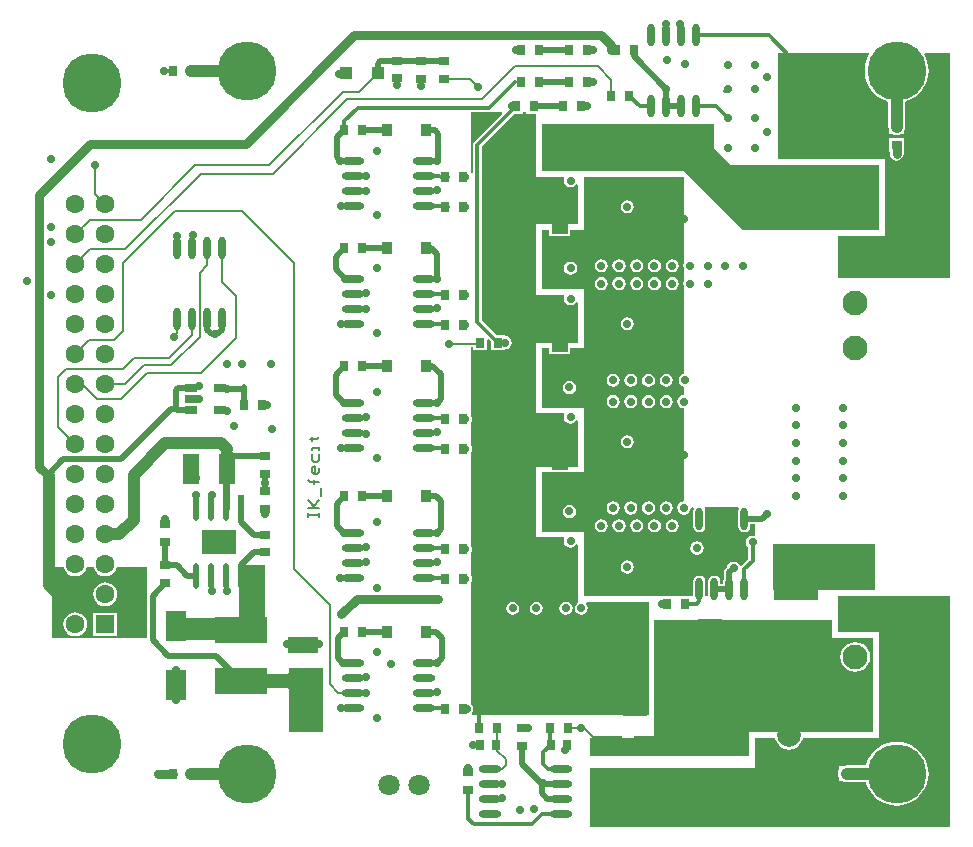
<source format=gtl>
G04 Layer_Physical_Order=1*
G04 Layer_Color=255*
%FSLAX44Y44*%
%MOMM*%
G71*
G01*
G75*
%ADD10R,0.8000X0.9000*%
%ADD11O,0.6000X1.9000*%
%ADD12O,1.9000X0.6000*%
%ADD13R,0.9000X0.8000*%
%ADD14R,2.0000X3.2000*%
%ADD15R,1.4000X2.6000*%
%ADD16R,3.8000X4.2000*%
%ADD17R,2.6000X1.4000*%
%ADD18R,1.1000X0.6500*%
%ADD19R,3.0000X2.1300*%
%ADD20O,0.5000X2.2000*%
%ADD21R,0.5000X2.2000*%
%ADD22R,1.7000X2.5000*%
%ADD23R,4.5000X2.2000*%
%ADD24R,0.9000X1.1000*%
%ADD25R,1.0000X1.0000*%
%ADD26C,0.5000*%
%ADD27C,0.3000*%
%ADD28C,0.2000*%
%ADD29C,0.7500*%
%ADD30C,1.0000*%
%ADD31C,0.6000*%
%ADD32R,2.3000X5.1000*%
%ADD33R,5.3000X1.9000*%
%ADD34R,8.4000X1.3000*%
%ADD35R,8.7000X4.0000*%
%ADD36R,3.0000X5.5000*%
%ADD37C,2.0000*%
%ADD38C,2.1000*%
%ADD39C,5.0000*%
%ADD40C,1.6000*%
%ADD41R,1.6000X1.6000*%
%ADD42C,1.8000*%
%ADD43C,0.7000*%
G36*
X1095000Y845000D02*
X1000000D01*
Y880000D01*
X1040000D01*
Y945000D01*
X950000D01*
Y1035000D01*
X1026226D01*
X1026847Y1033892D01*
X1025869Y1032296D01*
X1024242Y1028369D01*
X1023250Y1024237D01*
X1022916Y1020000D01*
X1023250Y1015763D01*
X1024242Y1011631D01*
X1025869Y1007704D01*
X1028089Y1004081D01*
X1030849Y1000849D01*
X1034081Y998089D01*
X1037704Y995868D01*
X1041631Y994242D01*
X1042940Y993928D01*
Y972620D01*
X1043180Y970793D01*
X1043500Y970021D01*
Y966620D01*
X1046321D01*
X1046470Y966506D01*
X1048173Y965800D01*
X1050000Y965560D01*
X1051827Y965800D01*
X1053530Y966506D01*
X1053679Y966620D01*
X1056500D01*
Y970021D01*
X1056820Y970793D01*
X1057060Y972620D01*
Y993928D01*
X1058369Y994242D01*
X1062296Y995868D01*
X1065919Y998089D01*
X1069151Y1000849D01*
X1071911Y1004081D01*
X1074132Y1007704D01*
X1075758Y1011631D01*
X1076750Y1015763D01*
X1077084Y1020000D01*
X1076750Y1024237D01*
X1075758Y1028369D01*
X1074132Y1032296D01*
X1073153Y1033892D01*
X1073774Y1035000D01*
X1095000D01*
Y845000D01*
D02*
G37*
G36*
X716160Y983827D02*
X692477Y960143D01*
X691703Y958986D01*
X691431Y957620D01*
Y933844D01*
X690161Y933264D01*
X690000Y933404D01*
Y985000D01*
X715674D01*
X716160Y983827D01*
D02*
G37*
G36*
X895000Y955000D02*
X910000Y940000D01*
X1035000D01*
Y885000D01*
X920000D01*
X870000Y935000D01*
X750000Y935000D01*
Y975000D01*
X895000D01*
Y955000D01*
D02*
G37*
G36*
X870000Y857417D02*
X869819Y857146D01*
X869392Y855000D01*
X869819Y852854D01*
X870000Y852583D01*
Y842417D01*
X869819Y842146D01*
X869392Y840000D01*
X869819Y837854D01*
X870000Y837583D01*
Y763409D01*
X868854Y763181D01*
X867035Y761965D01*
X865819Y760146D01*
X865392Y758000D01*
X865819Y755854D01*
X867035Y754035D01*
X868854Y752819D01*
X870000Y752591D01*
Y745608D01*
X867854Y745181D01*
X866035Y743965D01*
X864819Y742146D01*
X864392Y740000D01*
X864819Y737854D01*
X866035Y736035D01*
X867854Y734819D01*
X870000Y734392D01*
Y655608D01*
X867854Y655181D01*
X866035Y653965D01*
X864819Y652146D01*
X864392Y650000D01*
X864819Y647854D01*
X866035Y646035D01*
X867854Y644819D01*
X870000Y644392D01*
X872146Y644819D01*
X873965Y646035D01*
X875181Y647854D01*
X875608Y650000D01*
X875604Y650018D01*
X876410Y651000D01*
X877928D01*
X878527Y649880D01*
X878240Y649451D01*
X877852Y647500D01*
Y634500D01*
X878240Y632549D01*
X879345Y630895D01*
X880999Y629790D01*
X882950Y629402D01*
X884901Y629790D01*
X886555Y630895D01*
X887660Y632549D01*
X888048Y634500D01*
Y647500D01*
X887660Y649451D01*
X887373Y649880D01*
X887972Y651000D01*
X916028D01*
X916627Y649880D01*
X916340Y649451D01*
X915952Y647500D01*
Y634500D01*
X916340Y632549D01*
X917445Y630895D01*
X919099Y629790D01*
X921050Y629402D01*
X923001Y629790D01*
X924655Y630895D01*
X925760Y632549D01*
X926148Y634500D01*
Y636412D01*
X930000D01*
Y627211D01*
X929018Y626405D01*
X928000Y626608D01*
X925854Y626181D01*
X924035Y624965D01*
X922819Y623146D01*
X922392Y621000D01*
X922819Y618854D01*
X924035Y617035D01*
X924431Y616770D01*
Y606478D01*
X918579Y600626D01*
X918319Y600628D01*
X917227Y600914D01*
X917181Y601146D01*
X915965Y602965D01*
X914146Y604181D01*
X912000Y604608D01*
X909854Y604181D01*
X908035Y602965D01*
X906819Y601146D01*
X906611Y600100D01*
X905106Y598594D01*
X904111Y597106D01*
X903762Y595350D01*
Y589633D01*
X903640Y589451D01*
X903252Y587500D01*
Y585588D01*
X900748D01*
Y587500D01*
X900360Y589451D01*
X899255Y591105D01*
X897601Y592210D01*
X895650Y592598D01*
X893699Y592210D01*
X892045Y591105D01*
X890940Y589451D01*
X890552Y587500D01*
Y575000D01*
X888048D01*
Y587500D01*
X887660Y589451D01*
X886555Y591105D01*
X884901Y592210D01*
X882950Y592598D01*
X880999Y592210D01*
X879345Y591105D01*
X878240Y589451D01*
X877852Y587500D01*
Y575592D01*
X876620Y575500D01*
Y575500D01*
X864620D01*
Y575000D01*
X861380D01*
Y575500D01*
X849380D01*
Y575000D01*
X785000D01*
Y630000D01*
X750000D01*
Y680000D01*
X785000D01*
Y735000D01*
X750000D01*
Y785000D01*
X755760D01*
Y780000D01*
X773760D01*
Y785000D01*
X785000D01*
Y835000D01*
X750000D01*
Y885000D01*
X755760D01*
Y880000D01*
X773760D01*
Y885000D01*
X785000D01*
Y930000D01*
X870000D01*
Y857417D01*
D02*
G37*
G36*
X736620Y983500D02*
X745000D01*
Y930000D01*
X767979D01*
X768736Y928730D01*
X768392Y927000D01*
X768819Y924854D01*
X770035Y923035D01*
X771854Y921819D01*
X774000Y921392D01*
X776146Y921819D01*
X777965Y923035D01*
X778730Y924179D01*
X780000Y923794D01*
Y890000D01*
X745000D01*
Y830000D01*
X767979D01*
X768736Y828730D01*
X768392Y827000D01*
X768819Y824854D01*
X770035Y823035D01*
X771854Y821819D01*
X774000Y821392D01*
X776146Y821819D01*
X777965Y823035D01*
X778730Y824179D01*
X780000Y823794D01*
Y790000D01*
X745000D01*
Y730000D01*
X767979D01*
X768736Y728730D01*
X768392Y727000D01*
X768819Y724854D01*
X770035Y723035D01*
X771854Y721819D01*
X774000Y721392D01*
X776146Y721819D01*
X777965Y723035D01*
X778730Y724179D01*
X780000Y723794D01*
Y685000D01*
X745000D01*
Y625000D01*
X767979D01*
X768736Y623730D01*
X768392Y622000D01*
X768819Y619854D01*
X770035Y618035D01*
X771854Y616819D01*
X774000Y616392D01*
X776146Y616819D01*
X777965Y618035D01*
X778730Y619179D01*
X780000Y618794D01*
Y575000D01*
Y570000D01*
X780000Y570000D01*
X780000D01*
X779230Y569096D01*
X779035Y568965D01*
X777819Y567146D01*
X777392Y565000D01*
X777819Y562854D01*
X779035Y561035D01*
X780854Y559819D01*
X783000Y559392D01*
X785146Y559819D01*
X786965Y561035D01*
X788181Y562854D01*
X788608Y565000D01*
X788181Y567146D01*
X787122Y568730D01*
X787529Y570000D01*
X840000D01*
X840000Y475000D01*
X690486Y475000D01*
X690123Y476270D01*
X691181Y477854D01*
X691608Y480000D01*
X691181Y482146D01*
X690000Y483913D01*
Y587583D01*
X690181Y587854D01*
X690608Y590000D01*
X690181Y592146D01*
X690000Y592417D01*
Y612583D01*
X690181Y612854D01*
X690608Y615000D01*
X690181Y617146D01*
X690000Y617417D01*
Y697583D01*
X690181Y697854D01*
X690608Y700000D01*
X690181Y702146D01*
X690000Y702417D01*
Y722583D01*
X690181Y722854D01*
X690608Y725000D01*
X690181Y727146D01*
X690000Y727417D01*
X690000Y785941D01*
X691380D01*
Y783500D01*
X703380D01*
Y792534D01*
X704553Y793020D01*
X706620Y790953D01*
Y783500D01*
X718620D01*
Y784392D01*
X720766Y784819D01*
X722585Y786035D01*
X723801Y787854D01*
X724228Y790000D01*
X723801Y792146D01*
X722585Y793965D01*
X720766Y795181D01*
X718620Y795608D01*
Y796500D01*
X711167D01*
X698569Y809098D01*
Y956142D01*
X725927Y983500D01*
X733380D01*
Y985000D01*
X736620D01*
Y983500D01*
D02*
G37*
G36*
X415000Y540000D02*
X335000D01*
Y600000D01*
X344803D01*
X344857Y599590D01*
X345865Y597157D01*
X347468Y595068D01*
X349557Y593465D01*
X351990Y592457D01*
X354600Y592114D01*
X357211Y592457D01*
X359643Y593465D01*
X361732Y595068D01*
X363335Y597157D01*
X364343Y599590D01*
X364397Y600000D01*
X370203D01*
X370257Y599590D01*
X371265Y597157D01*
X372868Y595068D01*
X374957Y593465D01*
X377389Y592457D01*
X380000Y592114D01*
X382611Y592457D01*
X385043Y593465D01*
X387132Y595068D01*
X388735Y597157D01*
X389743Y599590D01*
X389797Y600000D01*
X415000D01*
Y540000D01*
D02*
G37*
G36*
X1095000Y380000D02*
X790000D01*
Y430000D01*
X930000D01*
Y455000D01*
X947226D01*
X947309Y454367D01*
X948518Y451448D01*
X950442Y448941D01*
X952948Y447018D01*
X955867Y445809D01*
X959000Y445396D01*
X962133Y445809D01*
X965052Y447018D01*
X967559Y448941D01*
X969482Y451448D01*
X970691Y454367D01*
X970774Y455000D01*
X1035000D01*
Y545000D01*
X1000000D01*
Y575000D01*
X1095000D01*
Y380000D01*
D02*
G37*
G36*
X995000Y540000D02*
X1030000D01*
Y495000D01*
Y460000D01*
X925000D01*
Y440000D01*
X790000D01*
Y455000D01*
X845000D01*
Y555000D01*
X995000D01*
Y540000D01*
D02*
G37*
%LPC*%
G36*
X1056500Y963380D02*
X1043500D01*
Y951380D01*
X1044137D01*
Y950000D01*
X1044584Y947757D01*
X1045854Y945854D01*
X1047757Y944584D01*
X1050000Y944137D01*
X1052244Y944584D01*
X1054146Y945854D01*
X1055416Y947757D01*
X1055863Y950000D01*
Y951380D01*
X1056500D01*
Y963380D01*
D02*
G37*
G36*
X822000Y910608D02*
X819854Y910181D01*
X818035Y908965D01*
X816819Y907146D01*
X816392Y905000D01*
X816819Y902854D01*
X818035Y901035D01*
X819854Y899819D01*
X822000Y899392D01*
X824146Y899819D01*
X825965Y901035D01*
X827181Y902854D01*
X827608Y905000D01*
X827181Y907146D01*
X825965Y908965D01*
X824146Y910181D01*
X822000Y910608D01*
D02*
G37*
G36*
X860000Y860608D02*
X857854Y860181D01*
X856035Y858965D01*
X854819Y857146D01*
X854392Y855000D01*
X854819Y852854D01*
X856035Y851035D01*
X857854Y849819D01*
X860000Y849392D01*
X862146Y849819D01*
X863965Y851035D01*
X865181Y852854D01*
X865608Y855000D01*
X865181Y857146D01*
X863965Y858965D01*
X862146Y860181D01*
X860000Y860608D01*
D02*
G37*
G36*
X845000D02*
X842854Y860181D01*
X841035Y858965D01*
X839819Y857146D01*
X839392Y855000D01*
X839819Y852854D01*
X841035Y851035D01*
X842854Y849819D01*
X845000Y849392D01*
X847146Y849819D01*
X848965Y851035D01*
X850181Y852854D01*
X850608Y855000D01*
X850181Y857146D01*
X848965Y858965D01*
X847146Y860181D01*
X845000Y860608D01*
D02*
G37*
G36*
X830000D02*
X827854Y860181D01*
X826035Y858965D01*
X824819Y857146D01*
X824392Y855000D01*
X824819Y852854D01*
X826035Y851035D01*
X827854Y849819D01*
X830000Y849392D01*
X832146Y849819D01*
X833965Y851035D01*
X835181Y852854D01*
X835608Y855000D01*
X835181Y857146D01*
X833965Y858965D01*
X832146Y860181D01*
X830000Y860608D01*
D02*
G37*
G36*
X815000D02*
X812854Y860181D01*
X811035Y858965D01*
X809819Y857146D01*
X809392Y855000D01*
X809819Y852854D01*
X811035Y851035D01*
X812854Y849819D01*
X815000Y849392D01*
X817146Y849819D01*
X818965Y851035D01*
X820181Y852854D01*
X820608Y855000D01*
X820181Y857146D01*
X818965Y858965D01*
X817146Y860181D01*
X815000Y860608D01*
D02*
G37*
G36*
X800000D02*
X797854Y860181D01*
X796035Y858965D01*
X794819Y857146D01*
X794392Y855000D01*
X794819Y852854D01*
X796035Y851035D01*
X797854Y849819D01*
X800000Y849392D01*
X802146Y849819D01*
X803965Y851035D01*
X805181Y852854D01*
X805608Y855000D01*
X805181Y857146D01*
X803965Y858965D01*
X802146Y860181D01*
X800000Y860608D01*
D02*
G37*
G36*
X774000Y858608D02*
X771854Y858181D01*
X770035Y856965D01*
X768819Y855146D01*
X768392Y853000D01*
X768819Y850854D01*
X770035Y849035D01*
X771854Y847819D01*
X774000Y847392D01*
X776146Y847819D01*
X777965Y849035D01*
X779181Y850854D01*
X779608Y853000D01*
X779181Y855146D01*
X777965Y856965D01*
X776146Y858181D01*
X774000Y858608D01*
D02*
G37*
G36*
X860000Y845608D02*
X857854Y845181D01*
X856035Y843965D01*
X854819Y842146D01*
X854392Y840000D01*
X854819Y837854D01*
X856035Y836035D01*
X857854Y834819D01*
X860000Y834392D01*
X862146Y834819D01*
X863965Y836035D01*
X865181Y837854D01*
X865608Y840000D01*
X865181Y842146D01*
X863965Y843965D01*
X862146Y845181D01*
X860000Y845608D01*
D02*
G37*
G36*
X845000D02*
X842854Y845181D01*
X841035Y843965D01*
X839819Y842146D01*
X839392Y840000D01*
X839819Y837854D01*
X841035Y836035D01*
X842854Y834819D01*
X845000Y834392D01*
X847146Y834819D01*
X848965Y836035D01*
X850181Y837854D01*
X850608Y840000D01*
X850181Y842146D01*
X848965Y843965D01*
X847146Y845181D01*
X845000Y845608D01*
D02*
G37*
G36*
X830000D02*
X827854Y845181D01*
X826035Y843965D01*
X824819Y842146D01*
X824392Y840000D01*
X824819Y837854D01*
X826035Y836035D01*
X827854Y834819D01*
X830000Y834392D01*
X832146Y834819D01*
X833965Y836035D01*
X835181Y837854D01*
X835608Y840000D01*
X835181Y842146D01*
X833965Y843965D01*
X832146Y845181D01*
X830000Y845608D01*
D02*
G37*
G36*
X815000D02*
X812854Y845181D01*
X811035Y843965D01*
X809819Y842146D01*
X809392Y840000D01*
X809819Y837854D01*
X811035Y836035D01*
X812854Y834819D01*
X815000Y834392D01*
X817146Y834819D01*
X818965Y836035D01*
X820181Y837854D01*
X820608Y840000D01*
X820181Y842146D01*
X818965Y843965D01*
X817146Y845181D01*
X815000Y845608D01*
D02*
G37*
G36*
X800000D02*
X797854Y845181D01*
X796035Y843965D01*
X794819Y842146D01*
X794392Y840000D01*
X794819Y837854D01*
X796035Y836035D01*
X797854Y834819D01*
X800000Y834392D01*
X802146Y834819D01*
X803965Y836035D01*
X805181Y837854D01*
X805608Y840000D01*
X805181Y842146D01*
X803965Y843965D01*
X802146Y845181D01*
X800000Y845608D01*
D02*
G37*
G36*
X822000Y811608D02*
X819854Y811181D01*
X818035Y809965D01*
X816819Y808146D01*
X816392Y806000D01*
X816819Y803854D01*
X818035Y802035D01*
X819854Y800819D01*
X822000Y800392D01*
X824146Y800819D01*
X825965Y802035D01*
X827181Y803854D01*
X827608Y806000D01*
X827181Y808146D01*
X825965Y809965D01*
X824146Y811181D01*
X822000Y811608D01*
D02*
G37*
G36*
X855000Y763608D02*
X852854Y763181D01*
X851035Y761965D01*
X849819Y760146D01*
X849392Y758000D01*
X849819Y755854D01*
X851035Y754035D01*
X852854Y752819D01*
X855000Y752392D01*
X857146Y752819D01*
X858965Y754035D01*
X860181Y755854D01*
X860608Y758000D01*
X860181Y760146D01*
X858965Y761965D01*
X857146Y763181D01*
X855000Y763608D01*
D02*
G37*
G36*
X840000D02*
X837854Y763181D01*
X836035Y761965D01*
X834819Y760146D01*
X834392Y758000D01*
X834819Y755854D01*
X836035Y754035D01*
X837854Y752819D01*
X840000Y752392D01*
X842146Y752819D01*
X843965Y754035D01*
X845181Y755854D01*
X845608Y758000D01*
X845181Y760146D01*
X843965Y761965D01*
X842146Y763181D01*
X840000Y763608D01*
D02*
G37*
G36*
X825000D02*
X822854Y763181D01*
X821035Y761965D01*
X819819Y760146D01*
X819392Y758000D01*
X819819Y755854D01*
X821035Y754035D01*
X822854Y752819D01*
X825000Y752392D01*
X827146Y752819D01*
X828965Y754035D01*
X830181Y755854D01*
X830608Y758000D01*
X830181Y760146D01*
X828965Y761965D01*
X827146Y763181D01*
X825000Y763608D01*
D02*
G37*
G36*
X810000D02*
X807854Y763181D01*
X806035Y761965D01*
X804819Y760146D01*
X804392Y758000D01*
X804819Y755854D01*
X806035Y754035D01*
X807854Y752819D01*
X810000Y752392D01*
X812146Y752819D01*
X813965Y754035D01*
X815181Y755854D01*
X815608Y758000D01*
X815181Y760146D01*
X813965Y761965D01*
X812146Y763181D01*
X810000Y763608D01*
D02*
G37*
G36*
X773000Y757608D02*
X770854Y757181D01*
X769035Y755965D01*
X767819Y754146D01*
X767392Y752000D01*
X767819Y749854D01*
X769035Y748035D01*
X770854Y746819D01*
X773000Y746392D01*
X775146Y746819D01*
X776965Y748035D01*
X778181Y749854D01*
X778608Y752000D01*
X778181Y754146D01*
X776965Y755965D01*
X775146Y757181D01*
X773000Y757608D01*
D02*
G37*
G36*
X855000Y745608D02*
X852854Y745181D01*
X851035Y743965D01*
X849819Y742146D01*
X849392Y740000D01*
X849819Y737854D01*
X851035Y736035D01*
X852854Y734819D01*
X855000Y734392D01*
X857146Y734819D01*
X858965Y736035D01*
X860181Y737854D01*
X860608Y740000D01*
X860181Y742146D01*
X858965Y743965D01*
X857146Y745181D01*
X855000Y745608D01*
D02*
G37*
G36*
X840000D02*
X837854Y745181D01*
X836035Y743965D01*
X834819Y742146D01*
X834392Y740000D01*
X834819Y737854D01*
X836035Y736035D01*
X837854Y734819D01*
X840000Y734392D01*
X842146Y734819D01*
X843965Y736035D01*
X845181Y737854D01*
X845608Y740000D01*
X845181Y742146D01*
X843965Y743965D01*
X842146Y745181D01*
X840000Y745608D01*
D02*
G37*
G36*
X825000D02*
X822854Y745181D01*
X821035Y743965D01*
X819819Y742146D01*
X819392Y740000D01*
X819819Y737854D01*
X821035Y736035D01*
X822854Y734819D01*
X825000Y734392D01*
X827146Y734819D01*
X828965Y736035D01*
X830181Y737854D01*
X830608Y740000D01*
X830181Y742146D01*
X828965Y743965D01*
X827146Y745181D01*
X825000Y745608D01*
D02*
G37*
G36*
X810000D02*
X807854Y745181D01*
X806035Y743965D01*
X804819Y742146D01*
X804392Y740000D01*
X804819Y737854D01*
X806035Y736035D01*
X807854Y734819D01*
X810000Y734392D01*
X812146Y734819D01*
X813965Y736035D01*
X815181Y737854D01*
X815608Y740000D01*
X815181Y742146D01*
X813965Y743965D01*
X812146Y745181D01*
X810000Y745608D01*
D02*
G37*
G36*
X822000Y711608D02*
X819854Y711181D01*
X818035Y709965D01*
X816819Y708146D01*
X816392Y706000D01*
X816819Y703854D01*
X818035Y702035D01*
X819854Y700819D01*
X822000Y700392D01*
X824146Y700819D01*
X825965Y702035D01*
X827181Y703854D01*
X827608Y706000D01*
X827181Y708146D01*
X825965Y709965D01*
X824146Y711181D01*
X822000Y711608D01*
D02*
G37*
G36*
X855000Y655608D02*
X852854Y655181D01*
X851035Y653965D01*
X849819Y652146D01*
X849392Y650000D01*
X849819Y647854D01*
X851035Y646035D01*
X852854Y644819D01*
X855000Y644392D01*
X857146Y644819D01*
X858965Y646035D01*
X860181Y647854D01*
X860608Y650000D01*
X860181Y652146D01*
X858965Y653965D01*
X857146Y655181D01*
X855000Y655608D01*
D02*
G37*
G36*
X840000D02*
X837854Y655181D01*
X836035Y653965D01*
X834819Y652146D01*
X834392Y650000D01*
X834819Y647854D01*
X836035Y646035D01*
X837854Y644819D01*
X840000Y644392D01*
X842146Y644819D01*
X843965Y646035D01*
X845181Y647854D01*
X845608Y650000D01*
X845181Y652146D01*
X843965Y653965D01*
X842146Y655181D01*
X840000Y655608D01*
D02*
G37*
G36*
X825000D02*
X822854Y655181D01*
X821035Y653965D01*
X819819Y652146D01*
X819392Y650000D01*
X819819Y647854D01*
X821035Y646035D01*
X822854Y644819D01*
X825000Y644392D01*
X827146Y644819D01*
X828965Y646035D01*
X830181Y647854D01*
X830608Y650000D01*
X830181Y652146D01*
X828965Y653965D01*
X827146Y655181D01*
X825000Y655608D01*
D02*
G37*
G36*
X810000D02*
X807854Y655181D01*
X806035Y653965D01*
X804819Y652146D01*
X804392Y650000D01*
X804819Y647854D01*
X806035Y646035D01*
X807854Y644819D01*
X810000Y644392D01*
X812146Y644819D01*
X813965Y646035D01*
X815181Y647854D01*
X815608Y650000D01*
X815181Y652146D01*
X813965Y653965D01*
X812146Y655181D01*
X810000Y655608D01*
D02*
G37*
G36*
X773000Y652608D02*
X770854Y652181D01*
X769035Y650965D01*
X767819Y649146D01*
X767392Y647000D01*
X767819Y644854D01*
X769035Y643035D01*
X770854Y641819D01*
X773000Y641392D01*
X775146Y641819D01*
X776965Y643035D01*
X778181Y644854D01*
X778608Y647000D01*
X778181Y649146D01*
X776965Y650965D01*
X775146Y652181D01*
X773000Y652608D01*
D02*
G37*
G36*
X860000Y640608D02*
X857854Y640181D01*
X856035Y638965D01*
X854819Y637146D01*
X854392Y635000D01*
X854819Y632854D01*
X856035Y631035D01*
X857854Y629819D01*
X860000Y629392D01*
X862146Y629819D01*
X863965Y631035D01*
X865181Y632854D01*
X865608Y635000D01*
X865181Y637146D01*
X863965Y638965D01*
X862146Y640181D01*
X860000Y640608D01*
D02*
G37*
G36*
X845000D02*
X842854Y640181D01*
X841035Y638965D01*
X839819Y637146D01*
X839392Y635000D01*
X839819Y632854D01*
X841035Y631035D01*
X842854Y629819D01*
X845000Y629392D01*
X847146Y629819D01*
X848965Y631035D01*
X850181Y632854D01*
X850608Y635000D01*
X850181Y637146D01*
X848965Y638965D01*
X847146Y640181D01*
X845000Y640608D01*
D02*
G37*
G36*
X830000D02*
X827854Y640181D01*
X826035Y638965D01*
X824819Y637146D01*
X824392Y635000D01*
X824819Y632854D01*
X826035Y631035D01*
X827854Y629819D01*
X830000Y629392D01*
X832146Y629819D01*
X833965Y631035D01*
X835181Y632854D01*
X835608Y635000D01*
X835181Y637146D01*
X833965Y638965D01*
X832146Y640181D01*
X830000Y640608D01*
D02*
G37*
G36*
X815000D02*
X812854Y640181D01*
X811035Y638965D01*
X809819Y637146D01*
X809392Y635000D01*
X809819Y632854D01*
X811035Y631035D01*
X812854Y629819D01*
X815000Y629392D01*
X817146Y629819D01*
X818965Y631035D01*
X820181Y632854D01*
X820608Y635000D01*
X820181Y637146D01*
X818965Y638965D01*
X817146Y640181D01*
X815000Y640608D01*
D02*
G37*
G36*
X800000D02*
X797854Y640181D01*
X796035Y638965D01*
X794819Y637146D01*
X794392Y635000D01*
X794819Y632854D01*
X796035Y631035D01*
X797854Y629819D01*
X800000Y629392D01*
X802146Y629819D01*
X803965Y631035D01*
X805181Y632854D01*
X805608Y635000D01*
X805181Y637146D01*
X803965Y638965D01*
X802146Y640181D01*
X800000Y640608D01*
D02*
G37*
G36*
X881000Y621608D02*
X878854Y621181D01*
X877035Y619965D01*
X875819Y618146D01*
X875392Y616000D01*
X875819Y613854D01*
X877035Y612035D01*
X878854Y610819D01*
X881000Y610392D01*
X883146Y610819D01*
X884965Y612035D01*
X886181Y613854D01*
X886608Y616000D01*
X886181Y618146D01*
X884965Y619965D01*
X883146Y621181D01*
X881000Y621608D01*
D02*
G37*
G36*
X822000Y605608D02*
X819854Y605181D01*
X818035Y603965D01*
X816819Y602146D01*
X816392Y600000D01*
X816819Y597854D01*
X818035Y596035D01*
X819854Y594819D01*
X822000Y594392D01*
X824146Y594819D01*
X825965Y596035D01*
X827181Y597854D01*
X827608Y600000D01*
X827181Y602146D01*
X825965Y603965D01*
X824146Y605181D01*
X822000Y605608D01*
D02*
G37*
G36*
X770000Y570608D02*
X767854Y570181D01*
X766035Y568965D01*
X764819Y567146D01*
X764392Y565000D01*
X764819Y562854D01*
X766035Y561035D01*
X767854Y559819D01*
X770000Y559392D01*
X772146Y559819D01*
X773965Y561035D01*
X775181Y562854D01*
X775608Y565000D01*
X775181Y567146D01*
X773965Y568965D01*
X772146Y570181D01*
X770000Y570608D01*
D02*
G37*
G36*
X745000D02*
X742854Y570181D01*
X741035Y568965D01*
X739819Y567146D01*
X739392Y565000D01*
X739819Y562854D01*
X741035Y561035D01*
X742854Y559819D01*
X745000Y559392D01*
X747146Y559819D01*
X748965Y561035D01*
X750181Y562854D01*
X750608Y565000D01*
X750181Y567146D01*
X748965Y568965D01*
X747146Y570181D01*
X745000Y570608D01*
D02*
G37*
G36*
X725000D02*
X722854Y570181D01*
X721035Y568965D01*
X719819Y567146D01*
X719392Y565000D01*
X719819Y562854D01*
X721035Y561035D01*
X722854Y559819D01*
X725000Y559392D01*
X727146Y559819D01*
X728965Y561035D01*
X730181Y562854D01*
X730608Y565000D01*
X730181Y567146D01*
X728965Y568965D01*
X727146Y570181D01*
X725000Y570608D01*
D02*
G37*
G36*
X380000Y586886D02*
X377389Y586543D01*
X374957Y585535D01*
X372868Y583932D01*
X371265Y581843D01*
X370257Y579411D01*
X369914Y576800D01*
X370257Y574189D01*
X371265Y571757D01*
X372868Y569668D01*
X374957Y568065D01*
X377389Y567057D01*
X380000Y566714D01*
X382611Y567057D01*
X385043Y568065D01*
X387132Y569668D01*
X388735Y571757D01*
X389743Y574189D01*
X390086Y576800D01*
X389743Y579411D01*
X388735Y581843D01*
X387132Y583932D01*
X385043Y585535D01*
X382611Y586543D01*
X380000Y586886D01*
D02*
G37*
G36*
X390000Y561400D02*
X370000D01*
Y541400D01*
X390000D01*
Y561400D01*
D02*
G37*
G36*
X354600Y561486D02*
X351990Y561143D01*
X349557Y560135D01*
X347468Y558532D01*
X345865Y556443D01*
X344857Y554011D01*
X344514Y551400D01*
X344857Y548789D01*
X345865Y546357D01*
X347468Y544268D01*
X349557Y542665D01*
X351990Y541657D01*
X354600Y541314D01*
X357211Y541657D01*
X359643Y542665D01*
X361732Y544268D01*
X363335Y546357D01*
X364343Y548789D01*
X364686Y551400D01*
X364343Y554011D01*
X363335Y556443D01*
X361732Y558532D01*
X359643Y560135D01*
X357211Y561143D01*
X354600Y561486D01*
D02*
G37*
G36*
X1050000Y452084D02*
X1045763Y451750D01*
X1041631Y450758D01*
X1037704Y449132D01*
X1034081Y446911D01*
X1030849Y444151D01*
X1028089Y440919D01*
X1025869Y437296D01*
X1024242Y433369D01*
X1023928Y432060D01*
X1007620D01*
X1005793Y431820D01*
X1005021Y431500D01*
X1001620D01*
Y428679D01*
X1001506Y428530D01*
X1000800Y426827D01*
X1000560Y425000D01*
X1000800Y423173D01*
X1001506Y421470D01*
X1001620Y421321D01*
Y418500D01*
X1005021D01*
X1005793Y418180D01*
X1007620Y417940D01*
X1023928D01*
X1024242Y416631D01*
X1025869Y412704D01*
X1028089Y409081D01*
X1030849Y405849D01*
X1034081Y403089D01*
X1037704Y400868D01*
X1041631Y399242D01*
X1045763Y398250D01*
X1050000Y397916D01*
X1054237Y398250D01*
X1058369Y399242D01*
X1062296Y400868D01*
X1065919Y403089D01*
X1069151Y405849D01*
X1071911Y409081D01*
X1074132Y412704D01*
X1075758Y416631D01*
X1076750Y420763D01*
X1077084Y425000D01*
X1076750Y429237D01*
X1075758Y433369D01*
X1074132Y437296D01*
X1071911Y440919D01*
X1069151Y444151D01*
X1065919Y446911D01*
X1062296Y449132D01*
X1058369Y450758D01*
X1054237Y451750D01*
X1050000Y452084D01*
D02*
G37*
G36*
X1015000Y536408D02*
X1011737Y535978D01*
X1008696Y534719D01*
X1006085Y532715D01*
X1004081Y530104D01*
X1002822Y527063D01*
X1002392Y523800D01*
X1002822Y520537D01*
X1004081Y517496D01*
X1006085Y514885D01*
X1008696Y512881D01*
X1011737Y511622D01*
X1015000Y511192D01*
X1018263Y511622D01*
X1021304Y512881D01*
X1023915Y514885D01*
X1025919Y517496D01*
X1027178Y520537D01*
X1027608Y523800D01*
X1027178Y527063D01*
X1025919Y530104D01*
X1023915Y532715D01*
X1021304Y534719D01*
X1018263Y535978D01*
X1015000Y536408D01*
D02*
G37*
%LPD*%
D10*
X812380Y1038000D02*
D03*
X827620D02*
D03*
X855380Y569000D02*
D03*
X870620D02*
D03*
X787620Y1038000D02*
D03*
X772380D02*
D03*
X787620Y1011000D02*
D03*
X772380D02*
D03*
X782620Y990000D02*
D03*
X767380D02*
D03*
X696380Y464000D02*
D03*
X711620D02*
D03*
X1007620Y425000D02*
D03*
X992380D02*
D03*
X452620D02*
D03*
X437380D02*
D03*
X452620Y1020000D02*
D03*
X437380D02*
D03*
X497380Y737000D02*
D03*
X512620D02*
D03*
X667380Y480000D02*
D03*
X682620D02*
D03*
X597620Y545000D02*
D03*
X582380D02*
D03*
X667380Y590000D02*
D03*
X682620D02*
D03*
X667380Y615000D02*
D03*
X682620D02*
D03*
X597620Y660000D02*
D03*
X582380D02*
D03*
X667380Y700000D02*
D03*
X682620D02*
D03*
X667380Y725000D02*
D03*
X682620D02*
D03*
X597620Y770000D02*
D03*
X582380D02*
D03*
X697380Y790000D02*
D03*
X712620D02*
D03*
X667380Y805000D02*
D03*
X682620D02*
D03*
X667380Y830000D02*
D03*
X682620D02*
D03*
X597620Y870000D02*
D03*
X582380D02*
D03*
X667380Y905000D02*
D03*
X682620D02*
D03*
X667380Y930000D02*
D03*
X682620D02*
D03*
X597620Y970000D02*
D03*
X582380D02*
D03*
X747620Y1038000D02*
D03*
X732380D02*
D03*
X747620Y1011000D02*
D03*
X732380D02*
D03*
X742620Y990000D02*
D03*
X727380D02*
D03*
X808380Y999000D02*
D03*
X823620D02*
D03*
X757000Y449000D02*
D03*
X771000D02*
D03*
X771620Y464000D02*
D03*
X756380D02*
D03*
X711000Y449000D02*
D03*
X697000D02*
D03*
D11*
X841950Y990000D02*
D03*
X854650D02*
D03*
X867350D02*
D03*
X880050D02*
D03*
X841950Y1050000D02*
D03*
X854650D02*
D03*
X867350D02*
D03*
X880050D02*
D03*
X882950Y581000D02*
D03*
X895650D02*
D03*
X908350D02*
D03*
X921050D02*
D03*
X882950Y641000D02*
D03*
X895650D02*
D03*
X908350D02*
D03*
X921050D02*
D03*
X479050Y870000D02*
D03*
X466350D02*
D03*
X453650D02*
D03*
X440950D02*
D03*
X479050Y810000D02*
D03*
X466350D02*
D03*
X453650D02*
D03*
X440950D02*
D03*
D12*
X766000Y390950D02*
D03*
Y403650D02*
D03*
Y416350D02*
D03*
Y429050D02*
D03*
X706000Y390950D02*
D03*
Y403650D02*
D03*
Y416350D02*
D03*
Y429050D02*
D03*
X590000Y519050D02*
D03*
Y506350D02*
D03*
Y493650D02*
D03*
Y480950D02*
D03*
X650000Y519050D02*
D03*
Y506350D02*
D03*
Y493650D02*
D03*
Y480950D02*
D03*
X590000Y629050D02*
D03*
Y616350D02*
D03*
Y603650D02*
D03*
Y590950D02*
D03*
X650000Y629050D02*
D03*
Y616350D02*
D03*
Y603650D02*
D03*
Y590950D02*
D03*
X590000Y739050D02*
D03*
Y726350D02*
D03*
Y713650D02*
D03*
Y700950D02*
D03*
X650000Y739050D02*
D03*
Y726350D02*
D03*
Y713650D02*
D03*
Y700950D02*
D03*
X590000Y844050D02*
D03*
Y831350D02*
D03*
Y818650D02*
D03*
Y805950D02*
D03*
X650000Y844050D02*
D03*
Y831350D02*
D03*
Y818650D02*
D03*
Y805950D02*
D03*
X590000Y944050D02*
D03*
Y931350D02*
D03*
Y918650D02*
D03*
Y905950D02*
D03*
X650000Y944050D02*
D03*
Y931350D02*
D03*
Y918650D02*
D03*
Y905950D02*
D03*
D13*
X1050000Y972620D02*
D03*
Y957380D02*
D03*
X667000Y1028620D02*
D03*
Y1013380D02*
D03*
X733000Y463620D02*
D03*
Y448380D02*
D03*
X515000Y664620D02*
D03*
Y649380D02*
D03*
Y613000D02*
D03*
Y627000D02*
D03*
Y693620D02*
D03*
Y678380D02*
D03*
X431000Y621380D02*
D03*
Y636620D02*
D03*
Y586380D02*
D03*
Y601620D02*
D03*
X647000Y1013380D02*
D03*
Y1028620D02*
D03*
X627000Y1028000D02*
D03*
Y1014000D02*
D03*
X687000Y411380D02*
D03*
Y426620D02*
D03*
D14*
X891700Y540000D02*
D03*
X828300D02*
D03*
X891700Y490000D02*
D03*
X828300D02*
D03*
D15*
X764760Y590000D02*
D03*
X795240D02*
D03*
X764760Y895000D02*
D03*
X795240D02*
D03*
X764760Y795000D02*
D03*
X795240D02*
D03*
X764760Y695000D02*
D03*
X795240D02*
D03*
X483240Y683000D02*
D03*
X452760D02*
D03*
D16*
X965000Y593000D02*
D03*
Y527000D02*
D03*
D17*
X547000Y503760D02*
D03*
Y534240D02*
D03*
X910000Y450240D02*
D03*
Y419760D02*
D03*
X875000Y450240D02*
D03*
Y419760D02*
D03*
X840000Y450240D02*
D03*
Y419760D02*
D03*
X805000Y450240D02*
D03*
Y419760D02*
D03*
D18*
X453000Y751500D02*
D03*
Y742000D02*
D03*
Y732500D02*
D03*
X477000D02*
D03*
Y751500D02*
D03*
D19*
X475950Y621250D02*
D03*
D20*
X456900Y592500D02*
D03*
X469600D02*
D03*
X482300D02*
D03*
X495000D02*
D03*
X456900Y650000D02*
D03*
X469600D02*
D03*
X482300D02*
D03*
D21*
X495000D02*
D03*
D22*
X440000Y550000D02*
D03*
Y500000D02*
D03*
D23*
X495000Y503500D02*
D03*
Y546500D02*
D03*
D24*
X651500Y545000D02*
D03*
X618500D02*
D03*
X651500Y660000D02*
D03*
X618500D02*
D03*
X651500Y770000D02*
D03*
X618500D02*
D03*
X651500Y870000D02*
D03*
X618500D02*
D03*
X651500Y970000D02*
D03*
X618500D02*
D03*
D25*
X610500Y1018000D02*
D03*
X583500D02*
D03*
D26*
X854650Y990000D02*
X867350D01*
X827620Y1032380D02*
Y1038000D01*
Y1032380D02*
X855000Y1005000D01*
X854650Y990000D02*
Y1004350D01*
X936000Y641000D02*
X940000Y645000D01*
X921050Y641000D02*
X936000D01*
X895650Y581000D02*
X908350D01*
Y595350D02*
X912000Y599000D01*
X908350Y581000D02*
Y595350D01*
X749650Y416350D02*
X766000D01*
X749650Y408350D02*
Y416350D01*
Y408350D02*
X754350Y403650D01*
X766000D01*
X733000Y433000D02*
Y448380D01*
Y433000D02*
X749650Y416350D01*
X436000Y734000D02*
X440000D01*
X393000Y691000D02*
X436000Y734000D01*
X344000Y691000D02*
X393000D01*
X332000Y679000D02*
X344000Y691000D01*
X647000Y1028620D02*
X667000D01*
X578950Y944050D02*
X590000D01*
X576000Y947000D02*
X578950Y944050D01*
X576000Y947000D02*
Y963620D01*
X582380Y970000D01*
X597620D02*
X618500D01*
X651500Y970000D02*
X659000D01*
X662000Y967000D01*
Y945000D02*
Y967000D01*
X661000Y944000D02*
X662000Y945000D01*
X597620Y870000D02*
X618500D01*
X582950Y844050D02*
X590000D01*
X575000Y852000D02*
X582950Y844050D01*
X575000Y852000D02*
Y862620D01*
X582380Y870000D01*
X651500Y870000D02*
X656000D01*
X661000Y865000D01*
Y844000D02*
Y865000D01*
X581950Y739050D02*
X590000D01*
X575000Y746000D02*
X581950Y739050D01*
X575000Y746000D02*
Y762620D01*
X582380Y770000D01*
X597620D02*
X618500D01*
X651500Y770000D02*
X657000D01*
X664000Y763000D01*
Y742000D02*
Y763000D01*
X661000Y739000D02*
X664000Y742000D01*
X581950Y629050D02*
X590000D01*
X576000Y635000D02*
X581950Y629050D01*
X576000Y635000D02*
Y653620D01*
X582380Y660000D01*
X597620D02*
X618500D01*
X651500Y660000D02*
X660000D01*
X664000Y656000D01*
Y632000D02*
Y656000D01*
X661000Y629000D02*
X664000Y632000D01*
X597620Y545000D02*
X618500D01*
X651500Y545000D02*
X660000D01*
X665000Y540000D01*
Y523000D02*
Y540000D01*
X661000Y519000D02*
X665000Y523000D01*
X580950Y519050D02*
X590000D01*
X466350Y800650D02*
Y810000D01*
Y800650D02*
X470000Y797000D01*
X475000D01*
X479050Y801050D01*
Y810000D01*
X420000Y575380D02*
X431000Y586380D01*
X420000Y538000D02*
Y575380D01*
Y538000D02*
X433000Y525000D01*
X473500D01*
X495000Y503500D01*
X431000Y601620D02*
Y621380D01*
X449500Y592500D02*
X456900D01*
X440380Y601620D02*
X449500Y592500D01*
X431000Y601620D02*
X440380D01*
X495000Y638000D02*
Y650000D01*
Y638000D02*
X506000Y627000D01*
X515000D01*
X506000Y613000D02*
X515000D01*
X495000Y602000D02*
X506000Y613000D01*
X495000Y592500D02*
Y602000D01*
X747620Y1011000D02*
X772380D01*
X747620Y1038000D02*
X772380D01*
X742620Y990000D02*
X767380D01*
X483000Y751000D02*
X496380D01*
X497380Y737000D02*
Y752000D01*
X441500Y751500D02*
X453000D01*
X440000Y750000D02*
X441500Y751500D01*
X440000Y734000D02*
X441500Y732500D01*
X453000D01*
X440000Y734000D02*
Y750000D01*
X485380Y693620D02*
X515000D01*
X483240Y695760D02*
X485380Y693620D01*
X483240Y695760D02*
Y699760D01*
X515000Y664620D02*
Y678380D01*
X577000Y523000D02*
X580950Y519050D01*
X577000Y523000D02*
Y539620D01*
X582380Y545000D01*
X610500Y1018000D02*
Y1026240D01*
X612880Y1028620D01*
X647000D01*
D27*
X854000Y1005000D02*
X855000D01*
X897000Y990000D02*
X907000Y980000D01*
X880050Y990000D02*
X897000D01*
X880050Y1050000D02*
X942000D01*
X823620Y999000D02*
X832620Y990000D01*
X841950D01*
X882950Y570950D02*
Y581000D01*
X881000Y569000D02*
X882950Y570950D01*
X870620Y569000D02*
X881000D01*
X928000Y605000D02*
Y621000D01*
X921050Y598050D02*
X928000Y605000D01*
X921050Y581000D02*
Y598050D01*
X687000Y387000D02*
Y411380D01*
Y387000D02*
X692000Y382000D01*
X741000D01*
X749950Y390950D01*
X766000D01*
X754950Y429050D02*
X766000D01*
X751000Y433000D02*
X754950Y429050D01*
X751000Y433000D02*
Y443000D01*
X757000Y449000D01*
X905000Y1003000D02*
X907000Y1005000D01*
X705000Y989000D02*
X727000Y1011000D01*
X594000Y989000D02*
X705000D01*
X582380Y977380D02*
X594000Y989000D01*
X582380Y970000D02*
Y977380D01*
X695000Y807620D02*
Y957620D01*
X727380Y990000D01*
X942000Y1050000D02*
X960000Y1032000D01*
X650000Y931350D02*
X662650D01*
X664000Y930000D02*
X669920D01*
X662650Y931350D02*
X664000Y930000D01*
X665000Y905000D02*
X669920D01*
X650000Y905950D02*
X664050D01*
X665000Y905000D01*
X650000Y831350D02*
X668570D01*
X650000Y805950D02*
X668970D01*
X650000Y726350D02*
X668570D01*
X650000Y700950D02*
X668970D01*
X650000Y616350D02*
X668570D01*
X650000Y590950D02*
X668970D01*
X650000Y480950D02*
X668970D01*
X696380Y464000D02*
Y476380D01*
X756380Y449620D02*
Y464000D01*
X854000Y1029000D02*
X856000D01*
X960000Y1026000D02*
Y1032000D01*
X985000Y425000D02*
X985000Y425000D01*
X1050000Y950000D02*
X1050000Y950000D01*
X430000Y1020000D02*
X437380D01*
X695000Y807620D02*
X712620Y790000D01*
D28*
X727000Y1024000D02*
X797000D01*
X808380Y999000D02*
Y1012620D01*
X797000Y1024000D02*
X808380Y1012620D01*
X711620Y444380D02*
Y464000D01*
X706000Y429050D02*
X716050D01*
X719000Y432000D01*
Y437000D01*
X711620Y444380D02*
X719000Y437000D01*
X371000Y916000D02*
X380000Y907000D01*
X371000Y916000D02*
Y940000D01*
X415000Y764000D02*
X461000D01*
X491000Y794000D01*
Y829000D01*
X479050Y840950D02*
X491000Y829000D01*
X460000Y849000D02*
X466350Y855350D01*
X413000Y771000D02*
X436000D01*
X460000Y795000D02*
Y849000D01*
X436000Y771000D02*
X460000Y795000D01*
X340000Y718400D02*
X354600Y703800D01*
X340000Y718400D02*
Y761000D01*
X347000Y768000D01*
X395000D01*
X404000Y777000D01*
X434000D01*
X440950Y797950D02*
Y810000D01*
X438000Y795000D02*
X440950Y797950D01*
X373000Y742000D02*
X393000D01*
X360400Y754600D02*
X373000Y742000D01*
X354600Y754600D02*
X360400D01*
X396600D02*
X413000Y771000D01*
X380000Y754600D02*
X396600D01*
X366600Y792000D02*
X387000D01*
X439000Y901000D02*
X496000D01*
X387000Y792000D02*
X395000Y800000D01*
Y857000D01*
X439000Y901000D01*
X461000Y933000D02*
X522000D01*
X585000Y996000D01*
X699000D01*
X727000Y1024000D01*
X688620Y1013380D02*
X696000Y1006000D01*
X667000Y1013380D02*
X688620D01*
X466350Y855350D02*
Y870000D01*
X479050Y840950D02*
Y870000D01*
X393000Y742000D02*
X415000Y764000D01*
X434000Y777000D02*
X453650Y796650D01*
Y810000D01*
X367400Y869000D02*
X397000D01*
X354600Y856200D02*
X367400Y869000D01*
X397000D02*
X461000Y933000D01*
X354600Y881600D02*
X367000Y894000D01*
X410000D01*
X577350Y493650D02*
X590000D01*
X570000Y501000D02*
X577350Y493650D01*
X570000Y501000D02*
Y568000D01*
X540000Y598000D02*
X570000Y568000D01*
X540000Y598000D02*
Y857000D01*
X496000Y901000D02*
X540000Y857000D01*
X354600Y780000D02*
X366600Y792000D01*
X696380Y789000D02*
X697380Y790000D01*
X671000Y789000D02*
X696380D01*
X771620Y464000D02*
X783000D01*
X783000Y464000D02*
X785000D01*
X798760Y450240D01*
X519000Y940000D02*
X581000Y1002000D01*
X594500D01*
X610500Y1018000D01*
X456000Y940000D02*
X519000D01*
X410000Y894000D02*
X456000Y940000D01*
X551337Y642000D02*
Y645332D01*
Y643666D01*
X561334D01*
Y642000D01*
Y645332D01*
X551337Y650331D02*
X561334D01*
X558002D01*
X551337Y656995D01*
X556335Y651997D01*
X561334Y656995D01*
X563000Y660327D02*
Y666992D01*
X561334Y671990D02*
X553003D01*
X556335D01*
Y670324D01*
Y673656D01*
Y671990D01*
X553003D01*
X551337Y673656D01*
X561334Y683653D02*
Y680321D01*
X559668Y678655D01*
X556335D01*
X554669Y680321D01*
Y683653D01*
X556335Y685319D01*
X558002D01*
Y678655D01*
X554669Y695316D02*
Y690318D01*
X556335Y688652D01*
X559668D01*
X561334Y690318D01*
Y695316D01*
Y698648D02*
Y701981D01*
Y700315D01*
X554669D01*
Y698648D01*
X553003Y708645D02*
X554669D01*
Y706979D01*
Y710311D01*
Y708645D01*
X559668D01*
X561334Y710311D01*
D29*
X580000Y560000D02*
X592750Y572750D01*
X661750D01*
X662000Y573000D01*
X985000Y425000D02*
X992380D01*
X1050000Y950000D02*
Y957380D01*
X425000Y425000D02*
X437380D01*
X800000Y1050000D02*
X808000Y1042000D01*
X591000Y1050000D02*
X800000D01*
X499000Y958000D02*
X591000Y1050000D01*
X367000Y958000D02*
X499000D01*
X324000Y915000D02*
X367000Y958000D01*
X808000Y1038000D02*
Y1042000D01*
X324000Y685000D02*
Y915000D01*
X324000Y685000D02*
X332000Y677000D01*
X324000Y685000D02*
X324000D01*
D30*
X380000Y627600D02*
X391600D01*
X404000Y640000D01*
Y678000D01*
X1050000Y972620D02*
Y1020000D01*
X452620Y1020000D02*
X500000D01*
X404000Y678000D02*
X431000Y705000D01*
X478000D01*
X483240Y699760D01*
Y683000D02*
Y695760D01*
X1007620Y425000D02*
X1050000D01*
X452620D02*
X500000D01*
X340200Y576800D02*
X354600D01*
X332000Y585000D02*
X340200Y576800D01*
X332000Y585000D02*
Y677000D01*
D31*
X482300Y650000D02*
Y682060D01*
D32*
X504500Y576500D02*
D03*
D33*
X458500Y547500D02*
D03*
D34*
X517000Y503500D02*
D03*
D35*
X988500Y600000D02*
D03*
D36*
X550000Y487500D02*
D03*
D37*
X960000Y407500D02*
D03*
X959000Y457500D02*
D03*
D38*
X1015000Y485700D02*
D03*
Y523800D02*
D03*
Y561900D02*
D03*
Y600000D02*
D03*
X1015000Y785700D02*
D03*
Y823800D02*
D03*
Y861900D02*
D03*
Y900000D02*
D03*
D39*
X500000Y425000D02*
D03*
X369000Y450000D02*
D03*
Y1010000D02*
D03*
X1050000Y425000D02*
D03*
Y1020000D02*
D03*
X500000D02*
D03*
D40*
X354600Y703800D02*
D03*
Y754600D02*
D03*
Y729200D02*
D03*
Y780000D02*
D03*
Y678400D02*
D03*
Y653000D02*
D03*
Y627600D02*
D03*
Y602200D02*
D03*
Y576800D02*
D03*
Y551400D02*
D03*
X380000Y576800D02*
D03*
Y602200D02*
D03*
Y627600D02*
D03*
Y653000D02*
D03*
Y678400D02*
D03*
Y703800D02*
D03*
Y729200D02*
D03*
Y754600D02*
D03*
Y780000D02*
D03*
Y907000D02*
D03*
Y881600D02*
D03*
Y856200D02*
D03*
Y830800D02*
D03*
Y805400D02*
D03*
X354600D02*
D03*
Y830800D02*
D03*
Y856200D02*
D03*
Y881600D02*
D03*
Y907000D02*
D03*
D41*
X380000Y551400D02*
D03*
D42*
X645400Y415000D02*
D03*
X620000D02*
D03*
D43*
X769000Y445000D02*
D03*
X867000Y1060000D02*
D03*
X855000D02*
D03*
X881000Y616000D02*
D03*
X912000Y599000D02*
D03*
X851000Y569000D02*
D03*
X940000Y645000D02*
D03*
X928000Y621000D02*
D03*
X731000Y394000D02*
D03*
X743000Y395000D02*
D03*
X751000Y417000D02*
D03*
X716000Y404000D02*
D03*
Y416000D02*
D03*
X409000Y555000D02*
D03*
X397000Y555000D02*
D03*
X580000Y560000D02*
D03*
X662000Y573000D02*
D03*
X917000Y615000D02*
D03*
X871000Y1026000D02*
D03*
X735000Y648000D02*
D03*
Y661000D02*
D03*
Y617000D02*
D03*
Y632000D02*
D03*
Y720000D02*
D03*
Y735000D02*
D03*
Y750000D02*
D03*
Y765000D02*
D03*
Y920000D02*
D03*
Y935000D02*
D03*
Y950000D02*
D03*
Y965000D02*
D03*
X734000Y853000D02*
D03*
Y867000D02*
D03*
Y820000D02*
D03*
Y835000D02*
D03*
X800000Y635000D02*
D03*
X815000D02*
D03*
X830000D02*
D03*
X845000D02*
D03*
X860000D02*
D03*
X810000Y758000D02*
D03*
X825000D02*
D03*
X840000D02*
D03*
X855000D02*
D03*
X871000D02*
D03*
X870000Y740000D02*
D03*
X855000D02*
D03*
X840000D02*
D03*
X825000D02*
D03*
X810000D02*
D03*
X800000Y820000D02*
D03*
X890000Y840000D02*
D03*
X875000D02*
D03*
X815000D02*
D03*
X830000D02*
D03*
X800000D02*
D03*
X845000D02*
D03*
X860000D02*
D03*
X825000Y940000D02*
D03*
X840000D02*
D03*
X810000D02*
D03*
X855000D02*
D03*
X870000D02*
D03*
X960000Y955000D02*
D03*
Y980000D02*
D03*
X1035000Y955000D02*
D03*
Y980000D02*
D03*
X1015000Y955000D02*
D03*
Y980000D02*
D03*
Y1006000D02*
D03*
Y1025000D02*
D03*
X940000Y1015000D02*
D03*
X907000Y955000D02*
D03*
Y980000D02*
D03*
Y1005000D02*
D03*
Y1025000D02*
D03*
X940000Y968000D02*
D03*
X371000Y940000D02*
D03*
X438000Y795000D02*
D03*
X724000Y990000D02*
D03*
X696000Y1006000D02*
D03*
X728000Y1038000D02*
D03*
X810000Y695000D02*
D03*
X825000D02*
D03*
X840000D02*
D03*
X855000D02*
D03*
X870000D02*
D03*
Y585000D02*
D03*
X855000D02*
D03*
X840000D02*
D03*
X825000D02*
D03*
X810000D02*
D03*
X930000Y955000D02*
D03*
Y980000D02*
D03*
Y1005000D02*
D03*
Y1025000D02*
D03*
X825000Y895000D02*
D03*
X840000D02*
D03*
X810000D02*
D03*
X855000D02*
D03*
X870000D02*
D03*
X715000Y965000D02*
D03*
Y950000D02*
D03*
Y935000D02*
D03*
Y920000D02*
D03*
Y835000D02*
D03*
Y820000D02*
D03*
Y765000D02*
D03*
Y750000D02*
D03*
Y735000D02*
D03*
Y720000D02*
D03*
X725000Y565000D02*
D03*
X745000D02*
D03*
X770000D02*
D03*
X810000Y795000D02*
D03*
X825000D02*
D03*
X840000D02*
D03*
X855000D02*
D03*
X822000Y600000D02*
D03*
X774000Y622000D02*
D03*
X822000Y706000D02*
D03*
X774000Y727000D02*
D03*
X822000Y806000D02*
D03*
X774000Y827000D02*
D03*
X822000Y905000D02*
D03*
X774000Y927000D02*
D03*
X686000Y480000D02*
D03*
X685000Y590000D02*
D03*
Y615000D02*
D03*
Y700000D02*
D03*
Y725000D02*
D03*
Y805000D02*
D03*
Y830000D02*
D03*
Y905000D02*
D03*
Y930000D02*
D03*
X783000Y565000D02*
D03*
X661000Y604000D02*
D03*
Y629000D02*
D03*
Y739000D02*
D03*
Y714000D02*
D03*
Y844000D02*
D03*
Y819000D02*
D03*
Y919000D02*
D03*
Y944000D02*
D03*
Y519000D02*
D03*
Y494000D02*
D03*
X691000Y449000D02*
D03*
X856000Y1029000D02*
D03*
X855000Y1005000D02*
D03*
X960000Y1026000D02*
D03*
X334000Y830000D02*
D03*
Y875000D02*
D03*
X601000Y507000D02*
D03*
Y493000D02*
D03*
Y617000D02*
D03*
Y604000D02*
D03*
Y727000D02*
D03*
Y713000D02*
D03*
Y832000D02*
D03*
Y818000D02*
D03*
Y918000D02*
D03*
Y931000D02*
D03*
X610000Y952000D02*
D03*
Y898000D02*
D03*
Y853000D02*
D03*
Y798000D02*
D03*
Y748000D02*
D03*
Y692000D02*
D03*
Y638000D02*
D03*
Y582000D02*
D03*
X579000Y591000D02*
D03*
X581950Y629050D02*
D03*
X580000Y701000D02*
D03*
X581950Y739050D02*
D03*
X580000Y806000D02*
D03*
X582950Y844050D02*
D03*
X580000Y906000D02*
D03*
X578950Y944050D02*
D03*
X580000Y481000D02*
D03*
X581000Y519000D02*
D03*
X610000Y528000D02*
D03*
Y472000D02*
D03*
X774000Y952000D02*
D03*
Y853000D02*
D03*
X773000Y752000D02*
D03*
Y647000D02*
D03*
X715000Y632000D02*
D03*
Y617000D02*
D03*
Y661000D02*
D03*
Y648000D02*
D03*
Y867000D02*
D03*
Y853000D02*
D03*
X441000Y880000D02*
D03*
X454000Y881000D02*
D03*
X472500Y797000D02*
D03*
X470000Y580000D02*
D03*
X483000D02*
D03*
X440000Y513000D02*
D03*
Y487000D02*
D03*
X534000Y535000D02*
D03*
X561000D02*
D03*
X457000Y661000D02*
D03*
Y675000D02*
D03*
X431000Y641000D02*
D03*
X466000Y627000D02*
D03*
X486000D02*
D03*
X466000Y615000D02*
D03*
X486000D02*
D03*
X540000Y490000D02*
D03*
X560000D02*
D03*
X540000Y465000D02*
D03*
X560000D02*
D03*
X793000Y1011000D02*
D03*
Y1038000D02*
D03*
X788000Y990000D02*
D03*
X578000Y1017000D02*
D03*
X627000Y1008000D02*
D03*
X647000Y1007000D02*
D03*
X459000Y742000D02*
D03*
Y753000D02*
D03*
X483000Y751000D02*
D03*
Y732000D02*
D03*
X489000Y719000D02*
D03*
X521000Y717000D02*
D03*
X517000Y737000D02*
D03*
X483000Y772000D02*
D03*
X496000D02*
D03*
X520000D02*
D03*
X334000Y888000D02*
D03*
X515000Y645000D02*
D03*
X470000Y661000D02*
D03*
X515000Y671000D02*
D03*
X334000Y945000D02*
D03*
X687000Y430000D02*
D03*
X808000Y1038000D02*
D03*
X718620Y790000D02*
D03*
X738000Y464000D02*
D03*
X622000Y518000D02*
D03*
X783000Y464000D02*
D03*
X671000Y789000D02*
D03*
X800000Y855000D02*
D03*
X815000D02*
D03*
X830000D02*
D03*
X845000D02*
D03*
X860000D02*
D03*
X875000D02*
D03*
X890000D02*
D03*
X905000D02*
D03*
X920000D02*
D03*
X870000Y955000D02*
D03*
X855000D02*
D03*
X810000D02*
D03*
X840000D02*
D03*
X825000D02*
D03*
X995000D02*
D03*
Y980000D02*
D03*
Y1005000D02*
D03*
Y1025000D02*
D03*
X915000Y405000D02*
D03*
X895000D02*
D03*
X935000D02*
D03*
X875000D02*
D03*
X795000D02*
D03*
X815000D02*
D03*
X835000D02*
D03*
X855000D02*
D03*
X870000Y650000D02*
D03*
X855000D02*
D03*
X840000D02*
D03*
X825000D02*
D03*
X810000D02*
D03*
X1005000Y735000D02*
D03*
Y720000D02*
D03*
Y705000D02*
D03*
Y690000D02*
D03*
Y675000D02*
D03*
Y660000D02*
D03*
X965000Y735000D02*
D03*
Y720000D02*
D03*
Y705000D02*
D03*
Y690000D02*
D03*
Y675000D02*
D03*
Y660000D02*
D03*
X815000Y450000D02*
D03*
X830000D02*
D03*
X850000D02*
D03*
X865000D02*
D03*
X885000D02*
D03*
X900000D02*
D03*
X920000D02*
D03*
X890000Y475000D02*
D03*
Y505000D02*
D03*
Y525000D02*
D03*
Y550000D02*
D03*
X945000Y490000D02*
D03*
X985000D02*
D03*
X925000D02*
D03*
X965000D02*
D03*
X985000Y425000D02*
D03*
X1050000Y950000D02*
D03*
X425000Y425000D02*
D03*
X430000Y1020000D02*
D03*
X314000Y842000D02*
D03*
M02*

</source>
